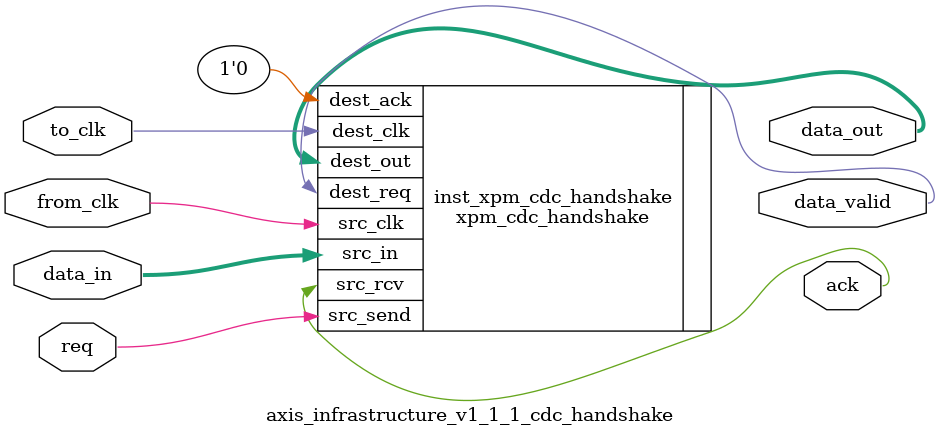
<source format=v>
`ifndef AXIS_INFRASTRUCTURE_V1_0_MUX_ENC_V
`define AXIS_INFRASTRUCTURE_V1_0_MUX_ENC_V
`timescale 1ps/1ps


(* DowngradeIPIdentifiedWarnings="yes" *)
module axis_infrastructure_v1_1_1_mux_enc #
  (
   parameter         C_FAMILY                       = "rtl",
                       // FPGA Family. Current version: virtex6 or spartan6.
   parameter integer C_RATIO                        = 4,
                       // Mux select ratio. Can be any binary value (>= 1)
   parameter integer C_SEL_WIDTH                    = 2,
                       // Log2-ceiling of C_RATIO (>= 1)
   parameter integer C_DATA_WIDTH                   = 1
                       // Data width for comparator (>= 1)
   )
  (
   input  wire [C_SEL_WIDTH-1:0]                    S,
   input  wire [C_RATIO*C_DATA_WIDTH-1:0]           A,
   output wire [C_DATA_WIDTH-1:0]                   O,
   input  wire                                      OE
   );
  
  wire [C_DATA_WIDTH-1:0] o_i;
  genvar bit_cnt;
  
  function [C_DATA_WIDTH-1:0] f_mux
    (
     input [C_SEL_WIDTH-1:0] s,
     input [C_RATIO*C_DATA_WIDTH-1:0] a
     );
    integer i;
    reg [C_RATIO*C_DATA_WIDTH-1:0] carry;
    begin
      carry[C_DATA_WIDTH-1:0] = {C_DATA_WIDTH{(s==0)?1'b1:1'b0}} & a[C_DATA_WIDTH-1:0];
      for (i=1;i<C_RATIO;i=i+1) begin : gen_carrychain_enc
        carry[i*C_DATA_WIDTH +: C_DATA_WIDTH] = 
          carry[(i-1)*C_DATA_WIDTH +: C_DATA_WIDTH] |
          ({C_DATA_WIDTH{(s==i)?1'b1:1'b0}} & a[i*C_DATA_WIDTH +: C_DATA_WIDTH]);
      end
      f_mux = carry[C_DATA_WIDTH*C_RATIO-1:C_DATA_WIDTH*(C_RATIO-1)];
    end
  endfunction
  
  function [C_DATA_WIDTH-1:0] f_mux4
    (
     input [1:0] s,
     input [4*C_DATA_WIDTH-1:0] a
     );
    integer i;
    reg [4*C_DATA_WIDTH-1:0] carry;
    begin
      carry[C_DATA_WIDTH-1:0] = {C_DATA_WIDTH{(s==0)?1'b1:1'b0}} & a[C_DATA_WIDTH-1:0];
      for (i=1;i<4;i=i+1) begin : gen_carrychain_enc
        carry[i*C_DATA_WIDTH +: C_DATA_WIDTH] = 
          carry[(i-1)*C_DATA_WIDTH +: C_DATA_WIDTH] |
          ({C_DATA_WIDTH{(s==i)?1'b1:1'b0}} & a[i*C_DATA_WIDTH +: C_DATA_WIDTH]);
      end
      f_mux4 = carry[C_DATA_WIDTH*4-1:C_DATA_WIDTH*3];
    end
  endfunction
  
  assign O = o_i & {C_DATA_WIDTH{OE}};  // OE is gated AFTER any MUXF7/8 (can only optimize forward into downstream logic)
  
  generate
    if ( C_RATIO < 2 ) begin : gen_bypass
      assign o_i = A;
    end else if ( C_FAMILY == "rtl" || C_RATIO < 5 ) begin : gen_rtl
      assign o_i = f_mux(S, A);
      
    end else begin : gen_fpga
      wire [C_DATA_WIDTH-1:0] l;
      wire [C_DATA_WIDTH-1:0] h;
      wire [C_DATA_WIDTH-1:0] ll;
      wire [C_DATA_WIDTH-1:0] lh;
      wire [C_DATA_WIDTH-1:0] hl;
      wire [C_DATA_WIDTH-1:0] hh;
      
      case (C_RATIO)
        1, 5, 9, 13: 
          assign hh = A[(C_RATIO-1)*C_DATA_WIDTH +: C_DATA_WIDTH];
        2, 6, 10, 14:
          assign hh = S[0] ? 
            A[(C_RATIO-1)*C_DATA_WIDTH +: C_DATA_WIDTH] :
            A[(C_RATIO-2)*C_DATA_WIDTH +: C_DATA_WIDTH] ;
        3, 7, 11, 15:
          assign hh = S[1] ? 
            A[(C_RATIO-1)*C_DATA_WIDTH +: C_DATA_WIDTH] :
            (S[0] ? 
              A[(C_RATIO-2)*C_DATA_WIDTH +: C_DATA_WIDTH] :
              A[(C_RATIO-3)*C_DATA_WIDTH +: C_DATA_WIDTH] );
        4, 8, 12, 16:
          assign hh = S[1] ? 
            (S[0] ? 
              A[(C_RATIO-1)*C_DATA_WIDTH +: C_DATA_WIDTH] :
              A[(C_RATIO-2)*C_DATA_WIDTH +: C_DATA_WIDTH] ) :
            (S[0] ? 
              A[(C_RATIO-3)*C_DATA_WIDTH +: C_DATA_WIDTH] :
              A[(C_RATIO-4)*C_DATA_WIDTH +: C_DATA_WIDTH] );
        17:
          assign hh = S[1] ? 
            (S[0] ? 
              A[15*C_DATA_WIDTH +: C_DATA_WIDTH] :
              A[14*C_DATA_WIDTH +: C_DATA_WIDTH] ) :
            (S[0] ? 
              A[13*C_DATA_WIDTH +: C_DATA_WIDTH] :
              A[12*C_DATA_WIDTH +: C_DATA_WIDTH] );
        default:
          assign hh = 0; 
      endcase

      case (C_RATIO)
        5, 6, 7, 8: begin
          assign l = f_mux4(S[1:0], A[0 +: 4*C_DATA_WIDTH]);
          for (bit_cnt = 0; bit_cnt < C_DATA_WIDTH ; bit_cnt = bit_cnt + 1) begin : gen_mux_5_8
            MUXF7 mux_s2_inst 
            (
             .I0  (l[bit_cnt]),
             .I1  (hh[bit_cnt]),
             .S   (S[2]),
             .O   (o_i[bit_cnt])
            ); 
          end
        end
          
        9, 10, 11, 12: begin
          assign ll = f_mux4(S[1:0], A[0 +: 4*C_DATA_WIDTH]);
          assign lh = f_mux4(S[1:0], A[4*C_DATA_WIDTH +: 4*C_DATA_WIDTH]);
          for (bit_cnt = 0; bit_cnt < C_DATA_WIDTH ; bit_cnt = bit_cnt + 1) begin : gen_mux_9_12
            MUXF7 muxf_s2_low_inst 
            (
             .I0  (ll[bit_cnt]),
             .I1  (lh[bit_cnt]),
             .S   (S[2]),
             .O   (l[bit_cnt])
            ); 
            MUXF8 muxf_s3_inst 
            (
             .I0  (l[bit_cnt]),
             .I1  (hh[bit_cnt]),
             .S   (S[3]),
             .O   (o_i[bit_cnt])
            ); 
          end
        end
          
        13,14,15,16: begin
          assign ll = f_mux4(S[1:0], A[0 +: 4*C_DATA_WIDTH]);
          assign lh = f_mux4(S[1:0], A[4*C_DATA_WIDTH +: 4*C_DATA_WIDTH]);
          assign hl = f_mux4(S[1:0], A[8*C_DATA_WIDTH +: 4*C_DATA_WIDTH]);
          for (bit_cnt = 0; bit_cnt < C_DATA_WIDTH ; bit_cnt = bit_cnt + 1) begin : gen_mux_13_16
            MUXF7 muxf_s2_low_inst 
            (
             .I0  (ll[bit_cnt]),
             .I1  (lh[bit_cnt]),
             .S   (S[2]),
             .O   (l[bit_cnt])
            ); 
            MUXF7 muxf_s2_hi_inst 
            (
             .I0  (hl[bit_cnt]),
             .I1  (hh[bit_cnt]),
             .S   (S[2]),
             .O   (h[bit_cnt])
            );
          
            MUXF8 muxf_s3_inst 
            (
             .I0  (l[bit_cnt]),
             .I1  (h[bit_cnt]),
             .S   (S[3]),
             .O   (o_i[bit_cnt])
            ); 
          end
        end
          
        17: begin
          assign ll = S[4] ? A[16*C_DATA_WIDTH +: C_DATA_WIDTH] : f_mux4(S[1:0], A[0 +: 4*C_DATA_WIDTH]);  // 5-input mux
          assign lh = f_mux4(S[1:0], A[4*C_DATA_WIDTH +: 4*C_DATA_WIDTH]);
          assign hl = f_mux4(S[1:0], A[8*C_DATA_WIDTH +: 4*C_DATA_WIDTH]);
          for (bit_cnt = 0; bit_cnt < C_DATA_WIDTH ; bit_cnt = bit_cnt + 1) begin : gen_mux_17
            MUXF7 muxf_s2_low_inst 
            (
             .I0  (ll[bit_cnt]),
             .I1  (lh[bit_cnt]),
             .S   (S[2]),
             .O   (l[bit_cnt])
            ); 
            MUXF7 muxf_s2_hi_inst 
            (
             .I0  (hl[bit_cnt]),
             .I1  (hh[bit_cnt]),
             .S   (S[2]),
             .O   (h[bit_cnt])
            ); 
            MUXF8 muxf_s3_inst 
            (
             .I0  (l[bit_cnt]),
             .I1  (h[bit_cnt]),
             .S   (S[3]),
             .O   (o_i[bit_cnt])
            ); 
          end
        end
          
        default:  // If RATIO > 17, use RTL
          assign o_i = f_mux(S, A);
      endcase
    end  // gen_fpga
  endgenerate
endmodule

`endif


// (c) Copyright 2012-2013, 2023 Advanced Micro Devices, Inc. All rights reserved.
//
// This file contains confidential and proprietary information
// of AMD and is protected under U.S. and international copyright
// and other intellectual property laws.
//
// DISCLAIMER
// This disclaimer is not a license and does not grant any
// rights to the materials distributed herewith. Except as
// otherwise provided in a valid license issued to you by
// AMD, and to the maximum extent permitted by applicable
// law: (1) THESE MATERIALS ARE MADE AVAILABLE "AS IS" AND
// WITH ALL FAULTS, AND AMD HEREBY DISCLAIMS ALL WARRANTIES
// AND CONDITIONS, EXPRESS, IMPLIED, OR STATUTORY, INCLUDING
// BUT NOT LIMITED TO WARRANTIES OF MERCHANTABILITY, NON-
// INFRINGEMENT, OR FITNESS FOR ANY PARTICULAR PURPOSE; and
// (2) AMD shall not be liable (whether in contract or tort,
// including negligence, or under any other theory of
// liability) for any loss or damage of any kind or nature
// related to, arising under or in connection with these
// materials, including for any direct, or any indirect,
// special, incidental, or consequential loss or damage
// (including loss of data, profits, goodwill, or any type of
// loss or damage suffered as a result of any action brought
// by a third party) even if such damage or loss was
// reasonably foreseeable or AMD had been advised of the
// possibility of the same.
//
// CRITICAL APPLICATIONS
// AMD products are not designed or intended to be fail-
// safe, or for use in any application requiring fail-safe
// performance, such as life-support or safety devices or
// systems, Class III medical devices, nuclear facilities,
// applications related to the deployment of airbags, or any
// other applications that could lead to death, personal
// injury, or severe property or environmental damage
// (individually and collectively, "Critical
// Applications"). Customer assumes the sole risk and
// liability of any use of AMD products in Critical
// Applications, subject only to applicable laws and
// regulations governing limitations on product liability.
//
// THIS COPYRIGHT NOTICE AND DISCLAIMER MUST BE RETAINED AS
// PART OF THIS FILE AT ALL TIMES.
////////////////////////////////////////////////////////////
//
// Verilog-standard:  Verilog 2001
//--------------------------------------------------------------------------
//
// Structure:
//   axis_infrastructure_v1_1_1_util_aclken_converter
//
//--------------------------------------------------------------------------
`ifndef AXIS_INFRASTRUCTURE_V1_0_UTIL_ACLKEN_CONVERTER_V
`define AXIS_INFRASTRUCTURE_V1_0_UTIL_ACLKEN_CONVERTER_V

`timescale 1ps/1ps
`default_nettype none

(* DowngradeIPIdentifiedWarnings="yes" *)
module axis_infrastructure_v1_1_1_util_aclken_converter # (
///////////////////////////////////////////////////////////////////////////////
// Parameter Definitions
///////////////////////////////////////////////////////////////////////////////
  parameter integer C_PAYLOAD_WIDTH       = 32,
  parameter integer C_S_ACLKEN_CAN_TOGGLE = 1,
  parameter integer C_M_ACLKEN_CAN_TOGGLE = 1
  )
 (
///////////////////////////////////////////////////////////////////////////////
// Port Declarations
///////////////////////////////////////////////////////////////////////////////
  // Slave side
  input  wire                        ACLK,
  input  wire                        ARESETN,

  input  wire                        S_ACLKEN,
  input  wire [C_PAYLOAD_WIDTH-1:0]  S_PAYLOAD,
  input  wire                        S_VALID,
  output wire                        S_READY,

  // Master side
  input  wire                        M_ACLKEN,
  output wire [C_PAYLOAD_WIDTH-1:0]  M_PAYLOAD,
  output wire                        M_VALID,
  input  wire                        M_READY
);

////////////////////////////////////////////////////////////////////////////////
// Functions
////////////////////////////////////////////////////////////////////////////////


////////////////////////////////////////////////////////////////////////////////
// Local parameters
////////////////////////////////////////////////////////////////////////////////

// State machine states
localparam SM_NOT_READY    = 3'b000;
localparam SM_EMPTY        = 3'b001;
localparam SM_R0_NOT_READY = 3'b010;
localparam SM_R0           = 3'b011;
localparam SM_R1           = 3'b100;
localparam SM_FULL         = 3'b110;

////////////////////////////////////////////////////////////////////////////////
// Wires/Reg declarations
////////////////////////////////////////////////////////////////////////////////
wire s_aclken_i;
wire m_aclken_i;
reg  areset;

reg [2:0] state = SM_NOT_READY;

// r0 is the output register
reg [C_PAYLOAD_WIDTH-1:0] r0;
wire                      load_r0;
wire                      load_r0_from_r1;

// r1 is the overflow register
reg [C_PAYLOAD_WIDTH-1:0] r1;
wire                      load_r1;
////////////////////////////////////////////////////////////////////////////////
// BEGIN RTL
////////////////////////////////////////////////////////////////////////////////

assign s_aclken_i = C_S_ACLKEN_CAN_TOGGLE ? S_ACLKEN : 1'b1;
assign m_aclken_i = C_M_ACLKEN_CAN_TOGGLE ? M_ACLKEN : 1'b1;

always @(posedge ACLK) begin 
  areset <= ~ARESETN;
end

// Valid/Ready outputs encoded into state machine.
assign S_READY = (state == SM_NOT_READY ) ? 1'b0 : state[0] ;
assign M_VALID = (state == SM_NOT_READY ) ? 1'b0 : state[1];

// State machine: Controls outputs and hold register state info
always @(posedge ACLK) begin 
  if (areset) begin
    state <= SM_NOT_READY;
  end
  else begin 
    case (state)
      // De-assert s_ready, de-assert m_valid, R0 unoccupied, R1 unoccupied
      SM_NOT_READY: begin
        if (s_aclken_i) begin
          state <= SM_EMPTY;
        end
        else begin
          state <= state;
        end
      end

      // Assert s_ready, de-assert m_valid, R0 unoccupied, R1 unoccupied
      SM_EMPTY: begin
        if (s_aclken_i & S_VALID & m_aclken_i) begin
          state <= SM_R0;
        end
        else if (s_aclken_i & S_VALID & ~m_aclken_i) begin
          state <= SM_R1;
        end
        else begin 
          state <= state;
        end
      end

      // Assert s_ready, Assert m_valid, R0 occupied, R1 unoccupied
      SM_R0: begin
        if ((m_aclken_i & M_READY) & ~(s_aclken_i & S_VALID)) begin
          state <= SM_EMPTY;
        end
        else if (~(m_aclken_i & M_READY) & (s_aclken_i & S_VALID)) begin
          state <= SM_FULL;
        end
        else begin 
          state <= state;
        end
      end

      // De-assert s_ready, Assert m_valid, R0 occupied, R1 unoccupied
      SM_R0_NOT_READY: begin
        if (s_aclken_i & m_aclken_i & M_READY) begin
          state <= SM_EMPTY;
        end
        else if (~s_aclken_i & m_aclken_i & M_READY) begin
          state <= SM_NOT_READY;
        end
        else if (s_aclken_i) begin
          state <= SM_R0;
        end
        else begin 
          state <= state;
        end
      end

      // De-assert s_ready, De-assert m_valid, R0 unoccupied, R1 occupied
      SM_R1: begin
        if (~s_aclken_i & m_aclken_i) begin
          state <= SM_R0_NOT_READY;
        end
        else if (s_aclken_i & m_aclken_i) begin 
          state <= SM_R0;
        end
        else begin 
          state <= state;
        end
      end

      // De-assert s_ready, De-assert m_valid, R0 occupied, R1 occupied
      SM_FULL: begin
        if (~s_aclken_i & m_aclken_i & M_READY) begin
          state <= SM_R0_NOT_READY;
        end
        else if (s_aclken_i & m_aclken_i & M_READY) begin 
          state <= SM_R0;
        end
        else begin 
          state <= state;
        end
      end

      default: begin
        state <= SM_NOT_READY;
      end
    endcase
  end
end

assign M_PAYLOAD = r0;

always @(posedge ACLK) begin
  if (m_aclken_i) begin 
    r0 <= ~load_r0 ? r0 :
          load_r0_from_r1 ? r1 :
          S_PAYLOAD ;
  end
end

assign load_r0 = (state == SM_EMPTY) 
                 | (state == SM_R1) 
                 | ((state == SM_R0) & M_READY)
                 | ((state == SM_FULL) & M_READY);

assign load_r0_from_r1 = (state == SM_R1) | (state == SM_FULL);

always @(posedge ACLK) begin
  r1 <= ~load_r1 ? r1 : S_PAYLOAD;
end

assign load_r1 = (state == SM_EMPTY) | (state == SM_R0);


endmodule // axis_infrastructure_v1_1_1_util_aclken_converter

`default_nettype wire
`endif


// (c) Copyright 2012-2013, 2023 Advanced Micro Devices, Inc. All rights reserved.
//
// This file contains confidential and proprietary information
// of AMD and is protected under U.S. and international copyright
// and other intellectual property laws.
//
// DISCLAIMER
// This disclaimer is not a license and does not grant any
// rights to the materials distributed herewith. Except as
// otherwise provided in a valid license issued to you by
// AMD, and to the maximum extent permitted by applicable
// law: (1) THESE MATERIALS ARE MADE AVAILABLE "AS IS" AND
// WITH ALL FAULTS, AND AMD HEREBY DISCLAIMS ALL WARRANTIES
// AND CONDITIONS, EXPRESS, IMPLIED, OR STATUTORY, INCLUDING
// BUT NOT LIMITED TO WARRANTIES OF MERCHANTABILITY, NON-
// INFRINGEMENT, OR FITNESS FOR ANY PARTICULAR PURPOSE; and
// (2) AMD shall not be liable (whether in contract or tort,
// including negligence, or under any other theory of
// liability) for any loss or damage of any kind or nature
// related to, arising under or in connection with these
// materials, including for any direct, or any indirect,
// special, incidental, or consequential loss or damage
// (including loss of data, profits, goodwill, or any type of
// loss or damage suffered as a result of any action brought
// by a third party) even if such damage or loss was
// reasonably foreseeable or AMD had been advised of the
// possibility of the same.
//
// CRITICAL APPLICATIONS
// AMD products are not designed or intended to be fail-
// safe, or for use in any application requiring fail-safe
// performance, such as life-support or safety devices or
// systems, Class III medical devices, nuclear facilities,
// applications related to the deployment of airbags, or any
// other applications that could lead to death, personal
// injury, or severe property or environmental damage
// (individually and collectively, "Critical
// Applications"). Customer assumes the sole risk and
// liability of any use of AMD products in Critical
// Applications, subject only to applicable laws and
// regulations governing limitations on product liability.
//
// THIS COPYRIGHT NOTICE AND DISCLAIMER MUST BE RETAINED AS
// PART OF THIS FILE AT ALL TIMES.
////////////////////////////////////////////////////////////
//
// Verilog-standard:  Verilog 2001
////////////////////////////////////////////////////////////
//
// Structure:
//   axis_infrastructure_v1_1_1_util_aclken_converter_wrapper
//     axis_infrastructure_v1_1_1_util_axis2_vector
//     axis_infrastructure_v1_1_1_util_aclken_converter
//     axis_infrastructure_v1_1_1_util_vector2axis 
//
////////////////////////////////////////////////////////////
`ifndef axis_infrastructure_v1_1_1_UTIL_ACLKEN_CONVERTER_WRAPPER_V
`define axis_infrastructure_v1_1_1_UTIL_ACLKEN_CONVERTER_WRAPPER_V

`timescale 1ps/1ps
`default_nettype none

(* DowngradeIPIdentifiedWarnings="yes" *)
module axis_infrastructure_v1_1_1_util_aclken_converter_wrapper # (
///////////////////////////////////////////////////////////////////////////////
// Parameter Definitions
///////////////////////////////////////////////////////////////////////////////
  parameter integer C_TDATA_WIDTH = 32,
  parameter integer C_TID_WIDTH   = 1,
  parameter integer C_TDEST_WIDTH = 1,
  parameter integer C_TUSER_WIDTH = 1,
  parameter [31:0]  C_SIGNAL_SET  = 32'hFF,
  // C_AXIS_SIGNAL_SET: each bit if enabled specifies which axis optional signals are present
  //   [0] => TREADY present
  //   [1] => TDATA present
  //   [2] => TSTRB present, TDATA must be present
  //   [3] => TKEEP present, TDATA must be present
  //   [4] => TLAST present
  //   [5] => TID present
  //   [6] => TDEST present
  //   [7] => TUSER present
  parameter integer C_S_ACLKEN_CAN_TOGGLE = 1,
  parameter integer C_M_ACLKEN_CAN_TOGGLE = 1
  )
 (
///////////////////////////////////////////////////////////////////////////////
// Port Declarations
///////////////////////////////////////////////////////////////////////////////
  // Slave side
  input  wire                       ACLK,
  input  wire                       ARESETN,
  input  wire                       S_ACLKEN,
  input  wire                       S_VALID,
  output wire                       S_READY,
  input  wire [C_TDATA_WIDTH-1:0]   S_TDATA,
  input  wire [C_TDATA_WIDTH/8-1:0] S_TSTRB,
  input  wire [C_TDATA_WIDTH/8-1:0] S_TKEEP,
  input  wire                       S_TLAST,
  input  wire [C_TID_WIDTH-1:0]     S_TID,
  input  wire [C_TDEST_WIDTH-1:0]   S_TDEST,
  input  wire [C_TUSER_WIDTH-1:0]   S_TUSER,
                                    
  input  wire                       M_ACLKEN,
  output wire                       M_VALID,
  input  wire                       M_READY,
  output wire [C_TDATA_WIDTH-1:0]   M_TDATA,
  output wire [C_TDATA_WIDTH/8-1:0] M_TSTRB,
  output wire [C_TDATA_WIDTH/8-1:0] M_TKEEP,
  output wire                       M_TLAST,
  output wire [C_TID_WIDTH-1:0]     M_TID,
  output wire [C_TDEST_WIDTH-1:0]   M_TDEST,
  output wire [C_TUSER_WIDTH-1:0]   M_TUSER
);

////////////////////////////////////////////////////////////////////////////////
// Functions
////////////////////////////////////////////////////////////////////////////////
`include "axis_infrastructure_v1_1_1.vh"


////////////////////////////////////////////////////////////////////////////////
// Local parameters
////////////////////////////////////////////////////////////////////////////////

localparam integer P_TPAYLOAD_WIDTH       = f_payload_width(C_TDATA_WIDTH, C_TID_WIDTH, 
                                                 C_TDEST_WIDTH, C_TUSER_WIDTH, 
                                                 C_SIGNAL_SET);
////////////////////////////////////////////////////////////////////////////////
// Wires/Reg declarations
////////////////////////////////////////////////////////////////////////////////
wire [P_TPAYLOAD_WIDTH-1:0] s_tpayload;
wire [P_TPAYLOAD_WIDTH-1:0] m_tpayload;

////////////////////////////////////////////////////////////////////////////////
// BEGIN RTL
////////////////////////////////////////////////////////////////////////////////

axis_infrastructure_v1_1_1_util_axis2vector #(
  .C_TDATA_WIDTH    ( C_TDATA_WIDTH ) ,
  .C_TID_WIDTH      ( C_TID_WIDTH   ) ,
  .C_TDEST_WIDTH    ( C_TDEST_WIDTH ) ,
  .C_TUSER_WIDTH    ( C_TUSER_WIDTH ) ,
  .C_TPAYLOAD_WIDTH ( P_TPAYLOAD_WIDTH   ) ,
  .C_SIGNAL_SET     ( C_SIGNAL_SET  ) 
)
util_axis2vector_0 (
  .TDATA    ( S_TDATA    ) ,
  .TSTRB    ( S_TSTRB    ) ,
  .TKEEP    ( S_TKEEP    ) ,
  .TLAST    ( S_TLAST    ) ,
  .TID      ( S_TID      ) ,
  .TDEST    ( S_TDEST    ) ,
  .TUSER    ( S_TUSER    ) ,
  .TPAYLOAD ( s_tpayload )
);

generate
if (C_S_ACLKEN_CAN_TOGGLE | C_M_ACLKEN_CAN_TOGGLE) begin : gen_aclken_converter
  axis_infrastructure_v1_1_1_util_aclken_converter #( 
    .C_PAYLOAD_WIDTH       ( P_TPAYLOAD_WIDTH       ) ,
    .C_S_ACLKEN_CAN_TOGGLE ( C_S_ACLKEN_CAN_TOGGLE ) ,
    .C_M_ACLKEN_CAN_TOGGLE ( C_M_ACLKEN_CAN_TOGGLE ) 
  )
  s_util_aclken_converter_0 ( 
    .ACLK      ( ACLK       ) ,
    .ARESETN   ( ARESETN    ) ,
    .S_ACLKEN  ( S_ACLKEN   ) ,
    .S_PAYLOAD ( s_tpayload ) ,
    .S_VALID   ( S_VALID   ) ,
    .S_READY   ( S_READY   ) ,
    .M_ACLKEN  ( M_ACLKEN   ) ,
    .M_PAYLOAD ( m_tpayload ) ,
    .M_VALID   ( M_VALID   ) ,
    .M_READY   ( M_READY   ) 
  );
end
else begin : gen_aclken_passthru
  assign m_tpayload = s_tpayload;
  assign M_VALID   = S_VALID;
  assign S_READY = M_READY;
end
endgenerate

axis_infrastructure_v1_1_1_util_vector2axis #(
  .C_TDATA_WIDTH    ( C_TDATA_WIDTH ) ,
  .C_TID_WIDTH      ( C_TID_WIDTH   ) ,
  .C_TDEST_WIDTH    ( C_TDEST_WIDTH ) ,
  .C_TUSER_WIDTH    ( C_TUSER_WIDTH ) ,
  .C_TPAYLOAD_WIDTH ( P_TPAYLOAD_WIDTH   ) ,
  .C_SIGNAL_SET     ( C_SIGNAL_SET  ) 
)
util_vector2axis_0 (
  .TPAYLOAD ( m_tpayload ) ,
  .TDATA    ( M_TDATA    ) ,
  .TSTRB    ( M_TSTRB    ) ,
  .TKEEP    ( M_TKEEP    ) ,
  .TLAST    ( M_TLAST    ) ,
  .TID      ( M_TID      ) ,
  .TDEST    ( M_TDEST    ) ,
  .TUSER    ( M_TUSER    ) 
);

endmodule // axis_infrastructure_v1_1_1_util_aclken_converter_wrapper

`default_nettype wire
`endif


// (c) Copyright 2012-2013, 2023 Advanced Micro Devices, Inc. All rights reserved.
//
// This file contains confidential and proprietary information
// of AMD and is protected under U.S. and international copyright
// and other intellectual property laws.
//
// DISCLAIMER
// This disclaimer is not a license and does not grant any
// rights to the materials distributed herewith. Except as
// otherwise provided in a valid license issued to you by
// AMD, and to the maximum extent permitted by applicable
// law: (1) THESE MATERIALS ARE MADE AVAILABLE "AS IS" AND
// WITH ALL FAULTS, AND AMD HEREBY DISCLAIMS ALL WARRANTIES
// AND CONDITIONS, EXPRESS, IMPLIED, OR STATUTORY, INCLUDING
// BUT NOT LIMITED TO WARRANTIES OF MERCHANTABILITY, NON-
// INFRINGEMENT, OR FITNESS FOR ANY PARTICULAR PURPOSE; and
// (2) AMD shall not be liable (whether in contract or tort,
// including negligence, or under any other theory of
// liability) for any loss or damage of any kind or nature
// related to, arising under or in connection with these
// materials, including for any direct, or any indirect,
// special, incidental, or consequential loss or damage
// (including loss of data, profits, goodwill, or any type of
// loss or damage suffered as a result of any action brought
// by a third party) even if such damage or loss was
// reasonably foreseeable or AMD had been advised of the
// possibility of the same.
//
// CRITICAL APPLICATIONS
// AMD products are not designed or intended to be fail-
// safe, or for use in any application requiring fail-safe
// performance, such as life-support or safety devices or
// systems, Class III medical devices, nuclear facilities,
// applications related to the deployment of airbags, or any
// other applications that could lead to death, personal
// injury, or severe property or environmental damage
// (individually and collectively, "Critical
// Applications"). Customer assumes the sole risk and
// liability of any use of AMD products in Critical
// Applications, subject only to applicable laws and
// regulations governing limitations on product liability.
//
// THIS COPYRIGHT NOTICE AND DISCLAIMER MUST BE RETAINED AS
// PART OF THIS FILE AT ALL TIMES.
////////////////////////////////////////////////////////////
//
// axis to vector
//   A generic module to merge all axis 'data' signals into one signal called payload.
//   This is strictly wires, so no clk, reset, aclken, valid/ready are required.
//
// Verilog-standard:  Verilog 2001
//--------------------------------------------------------------------------
//
// Structure:
//   axis_infrastructure_v1_1_1_util_axis2vector
//
//--------------------------------------------------------------------------
`ifndef AXIS_INFRASTRUCTURE_V1_0_UTIL_AXIS2VECTOR_V
`define AXIS_INFRASTRUCTURE_V1_0_UTIL_AXIS2VECTOR_V

`timescale 1ps/1ps
`default_nettype none

(* DowngradeIPIdentifiedWarnings="yes" *)
module axis_infrastructure_v1_1_1_util_axis2vector #
(
///////////////////////////////////////////////////////////////////////////////
// Parameter Definitions
///////////////////////////////////////////////////////////////////////////////
   parameter integer C_TDATA_WIDTH = 32,
   parameter integer C_TID_WIDTH   = 1,
   parameter integer C_TDEST_WIDTH = 1,
   parameter integer C_TUSER_WIDTH = 1,
   parameter integer C_TPAYLOAD_WIDTH = 44,
   parameter [31:0]  C_SIGNAL_SET  = 32'hFF
   // C_AXIS_SIGNAL_SET: each bit if enabled specifies which axis optional signals are present
   //   [0] => TREADY present
   //   [1] => TDATA present
   //   [2] => TSTRB present, TDATA must be present
   //   [3] => TKEEP present, TDATA must be present
   //   [4] => TLAST present
   //   [5] => TID present
   //   [6] => TDEST present
   //   [7] => TUSER present
   )
  (
///////////////////////////////////////////////////////////////////////////////
// Port Declarations
///////////////////////////////////////////////////////////////////////////////
   // inputs
   input  wire [C_TDATA_WIDTH-1:0]   TDATA,
   input  wire [C_TDATA_WIDTH/8-1:0] TSTRB,
   input  wire [C_TDATA_WIDTH/8-1:0] TKEEP,
   input  wire                       TLAST,
   input  wire [C_TID_WIDTH-1:0]     TID,
   input  wire [C_TDEST_WIDTH-1:0]   TDEST,
   input  wire [C_TUSER_WIDTH-1:0]   TUSER,

   // outputs
   output wire [C_TPAYLOAD_WIDTH-1:0] TPAYLOAD
   );

////////////////////////////////////////////////////////////////////////////////
// Functions
////////////////////////////////////////////////////////////////////////////////
`include "axis_infrastructure_v1_1_1.vh"

////////////////////////////////////////////////////////////////////////////////
// Local parameters
////////////////////////////////////////////////////////////////////////////////
localparam P_TDATA_INDX = f_get_tdata_indx(C_TDATA_WIDTH, C_TID_WIDTH,
                                           C_TDEST_WIDTH, C_TUSER_WIDTH, 
                                           C_SIGNAL_SET);
localparam P_TSTRB_INDX = f_get_tstrb_indx(C_TDATA_WIDTH, C_TID_WIDTH,
                                           C_TDEST_WIDTH, C_TUSER_WIDTH, 
                                           C_SIGNAL_SET);
localparam P_TKEEP_INDX = f_get_tkeep_indx(C_TDATA_WIDTH, C_TID_WIDTH,
                                           C_TDEST_WIDTH, C_TUSER_WIDTH, 
                                           C_SIGNAL_SET);
localparam P_TLAST_INDX = f_get_tlast_indx(C_TDATA_WIDTH, C_TID_WIDTH,
                                           C_TDEST_WIDTH, C_TUSER_WIDTH, 
                                           C_SIGNAL_SET);
localparam P_TID_INDX   = f_get_tid_indx  (C_TDATA_WIDTH, C_TID_WIDTH,
                                           C_TDEST_WIDTH, C_TUSER_WIDTH, 
                                           C_SIGNAL_SET);
localparam P_TDEST_INDX = f_get_tdest_indx(C_TDATA_WIDTH, C_TID_WIDTH,
                                           C_TDEST_WIDTH, C_TUSER_WIDTH, 
                                           C_SIGNAL_SET);
localparam P_TUSER_INDX = f_get_tuser_indx(C_TDATA_WIDTH, C_TID_WIDTH,
                                           C_TDEST_WIDTH, C_TUSER_WIDTH, 
                                           C_SIGNAL_SET);
////////////////////////////////////////////////////////////////////////////////
// Wires/Reg declarations
////////////////////////////////////////////////////////////////////////////////

////////////////////////////////////////////////////////////////////////////////
// BEGIN RTL
////////////////////////////////////////////////////////////////////////////////
generate
  if (C_SIGNAL_SET[G_INDX_SS_TDATA]) begin : gen_tdata
    assign TPAYLOAD[P_TDATA_INDX+:C_TDATA_WIDTH]   = TDATA;
  end else begin : no_gen_tdata
    // Do nothing
  end
  if (C_SIGNAL_SET[G_INDX_SS_TSTRB]) begin : gen_tstrb
    assign TPAYLOAD[P_TSTRB_INDX+:C_TDATA_WIDTH/8] = TSTRB;
  end else begin : no_gen_tstrb
    // Do nothing
  end
  if (C_SIGNAL_SET[G_INDX_SS_TKEEP]) begin : gen_tkeep
    assign TPAYLOAD[P_TKEEP_INDX+:C_TDATA_WIDTH/8] = TKEEP;
  end else begin : no_gen_tkeep
    // Do nothing
  end
  if (C_SIGNAL_SET[G_INDX_SS_TLAST]) begin : gen_tlast
    assign TPAYLOAD[P_TLAST_INDX+:1]               = TLAST;
  end else begin : no_gen_tlast
    // Do nothing
  end
  if (C_SIGNAL_SET[G_INDX_SS_TID]) begin : gen_tid
    assign TPAYLOAD[P_TID_INDX+:C_TID_WIDTH]       = TID;
  end else begin : no_gen_tid
    // Do nothing
  end
  if (C_SIGNAL_SET[G_INDX_SS_TDEST]) begin : gen_tdest
    assign TPAYLOAD[P_TDEST_INDX+:C_TDEST_WIDTH]   = TDEST;
  end else begin : no_gen_tdest
    // Do nothing
  end
  if (C_SIGNAL_SET[G_INDX_SS_TUSER]) begin : gen_tuser
    assign TPAYLOAD[P_TUSER_INDX+:C_TUSER_WIDTH]   = TUSER;
  end else begin : no_gen_tuser
    // Do nothing
  end
endgenerate
endmodule 

`default_nettype wire
`endif


// (c) Copyright 2012-2013, 2023 Advanced Micro Devices, Inc. All rights reserved.
//
// This file contains confidential and proprietary information
// of AMD and is protected under U.S. and international copyright
// and other intellectual property laws.
//
// DISCLAIMER
// This disclaimer is not a license and does not grant any
// rights to the materials distributed herewith. Except as
// otherwise provided in a valid license issued to you by
// AMD, and to the maximum extent permitted by applicable
// law: (1) THESE MATERIALS ARE MADE AVAILABLE "AS IS" AND
// WITH ALL FAULTS, AND AMD HEREBY DISCLAIMS ALL WARRANTIES
// AND CONDITIONS, EXPRESS, IMPLIED, OR STATUTORY, INCLUDING
// BUT NOT LIMITED TO WARRANTIES OF MERCHANTABILITY, NON-
// INFRINGEMENT, OR FITNESS FOR ANY PARTICULAR PURPOSE; and
// (2) AMD shall not be liable (whether in contract or tort,
// including negligence, or under any other theory of
// liability) for any loss or damage of any kind or nature
// related to, arising under or in connection with these
// materials, including for any direct, or any indirect,
// special, incidental, or consequential loss or damage
// (including loss of data, profits, goodwill, or any type of
// loss or damage suffered as a result of any action brought
// by a third party) even if such damage or loss was
// reasonably foreseeable or AMD had been advised of the
// possibility of the same.
//
// CRITICAL APPLICATIONS
// AMD products are not designed or intended to be fail-
// safe, or for use in any application requiring fail-safe
// performance, such as life-support or safety devices or
// systems, Class III medical devices, nuclear facilities,
// applications related to the deployment of airbags, or any
// other applications that could lead to death, personal
// injury, or severe property or environmental damage
// (individually and collectively, "Critical
// Applications"). Customer assumes the sole risk and
// liability of any use of AMD products in Critical
// Applications, subject only to applicable laws and
// regulations governing limitations on product liability.
//
// THIS COPYRIGHT NOTICE AND DISCLAIMER MUST BE RETAINED AS
// PART OF THIS FILE AT ALL TIMES.
////////////////////////////////////////////////////////////
//
// axis to vector
//   A generic module to unmerge all axis 'data' signals from payload.
//   This is strictly wires, so no clk, reset, aclken, valid/ready are required.
//
// Verilog-standard:  Verilog 2001
//--------------------------------------------------------------------------
//
// Structure:
//   axis_infrastructure_v1_1_1_util_vector2axis
//
//--------------------------------------------------------------------------
`ifndef AXIS_INFRASTRUCTURE_V1_0_UTIL_VECTOR2AXIS_V
`define AXIS_INFRASTRUCTURE_V1_0_UTIL_VECTOR2AXIS_V

`timescale 1ps/1ps
`default_nettype none

(* DowngradeIPIdentifiedWarnings="yes" *)
module axis_infrastructure_v1_1_1_util_vector2axis #
(
///////////////////////////////////////////////////////////////////////////////
// Parameter Definitions
///////////////////////////////////////////////////////////////////////////////
   parameter integer C_TDATA_WIDTH = 32,
   parameter integer C_TID_WIDTH   = 1,
   parameter integer C_TDEST_WIDTH = 1,
   parameter integer C_TUSER_WIDTH = 1,
   parameter integer C_TPAYLOAD_WIDTH = 44,
   parameter [31:0]  C_SIGNAL_SET  = 32'hFF
   // C_AXIS_SIGNAL_SET: each bit if enabled specifies which axis optional signals are present
   //   [0] => TREADY present
   //   [1] => TDATA present
   //   [2] => TSTRB present, TDATA must be present
   //   [3] => TKEEP present, TDATA must be present
   //   [4] => TLAST present
   //   [5] => TID present
   //   [6] => TDEST present
   //   [7] => TUSER present
   )
  (
///////////////////////////////////////////////////////////////////////////////
// Port Declarations
///////////////////////////////////////////////////////////////////////////////
   // outputs
   input  wire [C_TPAYLOAD_WIDTH-1:0] TPAYLOAD,

   // inputs
   output wire [C_TDATA_WIDTH-1:0]   TDATA,
   output wire [C_TDATA_WIDTH/8-1:0] TSTRB,
   output wire [C_TDATA_WIDTH/8-1:0] TKEEP,
   output wire                       TLAST,
   output wire [C_TID_WIDTH-1:0]     TID,
   output wire [C_TDEST_WIDTH-1:0]   TDEST,
   output wire [C_TUSER_WIDTH-1:0]   TUSER
   );

////////////////////////////////////////////////////////////////////////////////
// Functions
////////////////////////////////////////////////////////////////////////////////
`include "axis_infrastructure_v1_1_1.vh"

////////////////////////////////////////////////////////////////////////////////
// Local parameters
////////////////////////////////////////////////////////////////////////////////
localparam P_TDATA_INDX = f_get_tdata_indx(C_TDATA_WIDTH, C_TID_WIDTH,
                                           C_TDEST_WIDTH, C_TUSER_WIDTH, 
                                           C_SIGNAL_SET);
localparam P_TSTRB_INDX = f_get_tstrb_indx(C_TDATA_WIDTH, C_TID_WIDTH,
                                           C_TDEST_WIDTH, C_TUSER_WIDTH, 
                                           C_SIGNAL_SET);
localparam P_TKEEP_INDX = f_get_tkeep_indx(C_TDATA_WIDTH, C_TID_WIDTH,
                                           C_TDEST_WIDTH, C_TUSER_WIDTH, 
                                           C_SIGNAL_SET);
localparam P_TLAST_INDX = f_get_tlast_indx(C_TDATA_WIDTH, C_TID_WIDTH,
                                           C_TDEST_WIDTH, C_TUSER_WIDTH, 
                                           C_SIGNAL_SET);
localparam P_TID_INDX   = f_get_tid_indx  (C_TDATA_WIDTH, C_TID_WIDTH,
                                           C_TDEST_WIDTH, C_TUSER_WIDTH, 
                                           C_SIGNAL_SET);
localparam P_TDEST_INDX = f_get_tdest_indx(C_TDATA_WIDTH, C_TID_WIDTH,
                                           C_TDEST_WIDTH, C_TUSER_WIDTH, 
                                           C_SIGNAL_SET);
localparam P_TUSER_INDX = f_get_tuser_indx(C_TDATA_WIDTH, C_TID_WIDTH,
                                           C_TDEST_WIDTH, C_TUSER_WIDTH, 
                                           C_SIGNAL_SET);
////////////////////////////////////////////////////////////////////////////////
// Wires/Reg declarations
////////////////////////////////////////////////////////////////////////////////

////////////////////////////////////////////////////////////////////////////////
// BEGIN RTL
////////////////////////////////////////////////////////////////////////////////
generate
  if (C_SIGNAL_SET[G_INDX_SS_TDATA]) begin : gen_tdata
    assign TDATA = TPAYLOAD[P_TDATA_INDX+:C_TDATA_WIDTH]  ;
  end
  else begin : no_gen_tdata
    assign TDATA = {C_TDATA_WIDTH{1'b0}};
  end
  if (C_SIGNAL_SET[G_INDX_SS_TSTRB]) begin : gen_tstrb
    assign TSTRB = TPAYLOAD[P_TSTRB_INDX+:C_TDATA_WIDTH/8];
  end 
  else begin : no_gen_tstrb
    assign TSTRB = {(C_TDATA_WIDTH/8){1'b0}};
  end
  if (C_SIGNAL_SET[G_INDX_SS_TKEEP]) begin : gen_tkeep
    assign TKEEP = TPAYLOAD[P_TKEEP_INDX+:C_TDATA_WIDTH/8];
  end 
  else begin : no_gen_tkeep
    assign TKEEP = {(C_TDATA_WIDTH/8){1'b1}};
  end
  if (C_SIGNAL_SET[G_INDX_SS_TLAST]) begin : gen_tlast
    assign TLAST = TPAYLOAD[P_TLAST_INDX+:1]              ;
  end 
  else begin : no_gen_tlast
    assign TLAST = 1'b0;
  end
  if (C_SIGNAL_SET[G_INDX_SS_TID]) begin : gen_tid
    assign TID   = TPAYLOAD[P_TID_INDX+:C_TID_WIDTH]      ;
  end 
  else begin : no_gen_tid
    assign TID   = {C_TID_WIDTH{1'b0}};
  end
  if (C_SIGNAL_SET[G_INDX_SS_TDEST]) begin : gen_tdest
    assign TDEST = TPAYLOAD[P_TDEST_INDX+:C_TDEST_WIDTH]  ;
  end 
  else begin : no_gen_tdest
    assign TDEST   = {C_TDEST_WIDTH{1'b0}};
  end
  if (C_SIGNAL_SET[G_INDX_SS_TUSER]) begin : gen_tuser
    assign TUSER = TPAYLOAD[P_TUSER_INDX+:C_TUSER_WIDTH]  ;
  end 
  else begin : no_gen_tuser
    assign TUSER   = {C_TUSER_WIDTH{1'b0}};
  end
endgenerate
endmodule 

`default_nettype wire
`endif


// (c) Copyright 2013, 2023 Advanced Micro Devices, Inc. All rights reserved.
//
// This file contains confidential and proprietary information
// of AMD and is protected under U.S. and international copyright
// and other intellectual property laws.
//
// DISCLAIMER
// This disclaimer is not a license and does not grant any
// rights to the materials distributed herewith. Except as
// otherwise provided in a valid license issued to you by
// AMD, and to the maximum extent permitted by applicable
// law: (1) THESE MATERIALS ARE MADE AVAILABLE "AS IS" AND
// WITH ALL FAULTS, AND AMD HEREBY DISCLAIMS ALL WARRANTIES
// AND CONDITIONS, EXPRESS, IMPLIED, OR STATUTORY, INCLUDING
// BUT NOT LIMITED TO WARRANTIES OF MERCHANTABILITY, NON-
// INFRINGEMENT, OR FITNESS FOR ANY PARTICULAR PURPOSE; and
// (2) AMD shall not be liable (whether in contract or tort,
// including negligence, or under any other theory of
// liability) for any loss or damage of any kind or nature
// related to, arising under or in connection with these
// materials, including for any direct, or any indirect,
// special, incidental, or consequential loss or damage
// (including loss of data, profits, goodwill, or any type of
// loss or damage suffered as a result of any action brought
// by a third party) even if such damage or loss was
// reasonably foreseeable or AMD had been advised of the
// possibility of the same.
//
// CRITICAL APPLICATIONS
// AMD products are not designed or intended to be fail-
// safe, or for use in any application requiring fail-safe
// performance, such as life-support or safety devices or
// systems, Class III medical devices, nuclear facilities,
// applications related to the deployment of airbags, or any
// other applications that could lead to death, personal
// injury, or severe property or environmental damage
// (individually and collectively, "Critical
// Applications"). Customer assumes the sole risk and
// liability of any use of AMD products in Critical
// Applications, subject only to applicable laws and
// regulations governing limitations on product liability.
//
// THIS COPYRIGHT NOTICE AND DISCLAIMER MUST BE RETAINED AS
// PART OF THIS FILE AT ALL TIMES.
////////////////////////////////////////////////////////////
//
//*****************************************************************************
// Description
//   This module instantiates the clock synchronization logic.  It passes the 
//   incoming signal through two flops to ensure metastability. 
//              
//*****************************************************************************
`timescale 1ps / 1ps
`default_nettype none

(* DowngradeIPIdentifiedWarnings="yes" *)
module axis_infrastructure_v1_1_1_clock_synchronizer # (
///////////////////////////////////////////////////////////////////////////////
// Parameter Definitions
///////////////////////////////////////////////////////////////////////////////
  parameter integer C_NUM_STAGES              = 4
)     
(
///////////////////////////////////////////////////////////////////////////////
// Port Declarations     
///////////////////////////////////////////////////////////////////////////////
  input  wire                               clk,
  input  wire                               synch_in ,
  output wire                               synch_out
);

////////////////////////////////////////////////////////////////////////////////
// Local Parameters           
////////////////////////////////////////////////////////////////////////////////
////////////////////////////////////////////////////////////////////////////////
// Wires/Reg declarations
////////////////////////////////////////////////////////////////////////////////
xpm_cdc_single #(
	.DEST_SYNC_FF   ( C_NUM_STAGES ) ,
	.SRC_INPUT_REG  ( 0            ) ,
	.SIM_ASSERT_CHK ( 0            ) 
)
inst_xpm_cdc_single   (
  .src_clk  ( 1'b0      ) ,
  .src_in   ( synch_in  ) ,
  .dest_out ( synch_out ) ,
  .dest_clk ( clk       ) 
);

endmodule

`default_nettype wire


// (c) Copyright 2014, 2023 Advanced Micro Devices, Inc. All rights reserved.
//
// This file contains confidential and proprietary information
// of AMD and is protected under U.S. and international copyright
// and other intellectual property laws.
//
// DISCLAIMER
// This disclaimer is not a license and does not grant any
// rights to the materials distributed herewith. Except as
// otherwise provided in a valid license issued to you by
// AMD, and to the maximum extent permitted by applicable
// law: (1) THESE MATERIALS ARE MADE AVAILABLE "AS IS" AND
// WITH ALL FAULTS, AND AMD HEREBY DISCLAIMS ALL WARRANTIES
// AND CONDITIONS, EXPRESS, IMPLIED, OR STATUTORY, INCLUDING
// BUT NOT LIMITED TO WARRANTIES OF MERCHANTABILITY, NON-
// INFRINGEMENT, OR FITNESS FOR ANY PARTICULAR PURPOSE; and
// (2) AMD shall not be liable (whether in contract or tort,
// including negligence, or under any other theory of
// liability) for any loss or damage of any kind or nature
// related to, arising under or in connection with these
// materials, including for any direct, or any indirect,
// special, incidental, or consequential loss or damage
// (including loss of data, profits, goodwill, or any type of
// loss or damage suffered as a result of any action brought
// by a third party) even if such damage or loss was
// reasonably foreseeable or AMD had been advised of the
// possibility of the same.
//
// CRITICAL APPLICATIONS
// AMD products are not designed or intended to be fail-
// safe, or for use in any application requiring fail-safe
// performance, such as life-support or safety devices or
// systems, Class III medical devices, nuclear facilities,
// applications related to the deployment of airbags, or any
// other applications that could lead to death, personal
// injury, or severe property or environmental damage
// (individually and collectively, "Critical
// Applications"). Customer assumes the sole risk and
// liability of any use of AMD products in Critical
// Applications, subject only to applicable laws and
// regulations governing limitations on product liability.
//
// THIS COPYRIGHT NOTICE AND DISCLAIMER MUST BE RETAINED AS
// PART OF THIS FILE AT ALL TIMES.
////////////////////////////////////////////////////////////
//  
///////////////////////////////////////////////////////////////////////////////
//
// File name: axis_infrastructure_v1_1_1_cdc_handshake
//
///////////////////////////////////////////////////////////////////////////////
`timescale 1ps/1ps
`default_nettype none

module axis_infrastructure_v1_1_1_cdc_handshake #
(
///////////////////////////////////////////////////////////////////////////////
// Parameter Definitions
///////////////////////////////////////////////////////////////////////////////
  parameter integer C_WIDTH                   = 32,
  parameter integer C_NUM_SYNCHRONIZER_STAGES = 2
)
(
///////////////////////////////////////////////////////////////////////////////
// Port Declarations     
///////////////////////////////////////////////////////////////////////////////
  input  wire                               from_clk,
  input  wire                               req, 
  output wire                               ack,
  input  wire [C_WIDTH-1:0]                 data_in,

  input  wire                               to_clk,
  output wire                               data_valid,
  output wire [C_WIDTH-1:0]                 data_out
);

/////////////////////////////////////////////////////////////////////////////
// Functions
/////////////////////////////////////////////////////////////////////////////

////////////////////////////////////////////////////////////////////////////////
// Local parameters
////////////////////////////////////////////////////////////////////////////////

////////////////////////////////////////////////////////////////////////////////
// Wires/Reg declarations
////////////////////////////////////////////////////////////////////////////////

////////////////////////////////////////////////////////////////////////////////
// BEGIN RTL
///////////////////////////////////////////////////////////////////////////////
xpm_cdc_handshake #(
  .WIDTH          ( C_WIDTH                   ) ,
  .DEST_SYNC_FF   ( C_NUM_SYNCHRONIZER_STAGES ) ,
  .SRC_SYNC_FF    ( C_NUM_SYNCHRONIZER_STAGES ) ,
  .DEST_EXT_HSK   ( 0                         ) ,
  .SIM_ASSERT_CHK ( 0                         ) 
)
inst_xpm_cdc_handshake (
  .src_in   ( data_in    ) ,
  .src_send ( req        ) ,
  .src_rcv  ( ack        ) ,
  .src_clk  ( from_clk ) ,
  .dest_out ( data_out   ) ,
  .dest_req ( data_valid ) ,
  .dest_ack ( 1'b0       ) ,
  .dest_clk ( to_clk     ) 
);

endmodule // axis_infrastructure_v1_1_1_cdc_handshake

`default_nettype wire



</source>
